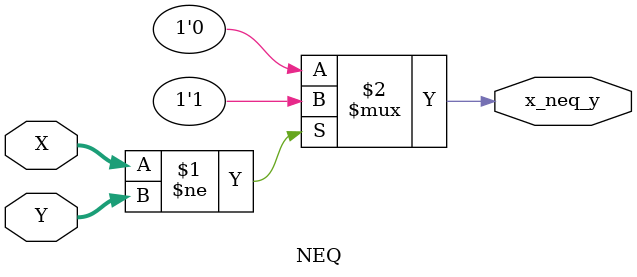
<source format=v>
`timescale 1ns / 1ps
module NEQ(X, Y, x_neq_y);

input [3:0] X, Y;
output x_neq_y;

assign x_neq_y = (X != Y) ? 1'b1:1'b0; 


endmodule

</source>
